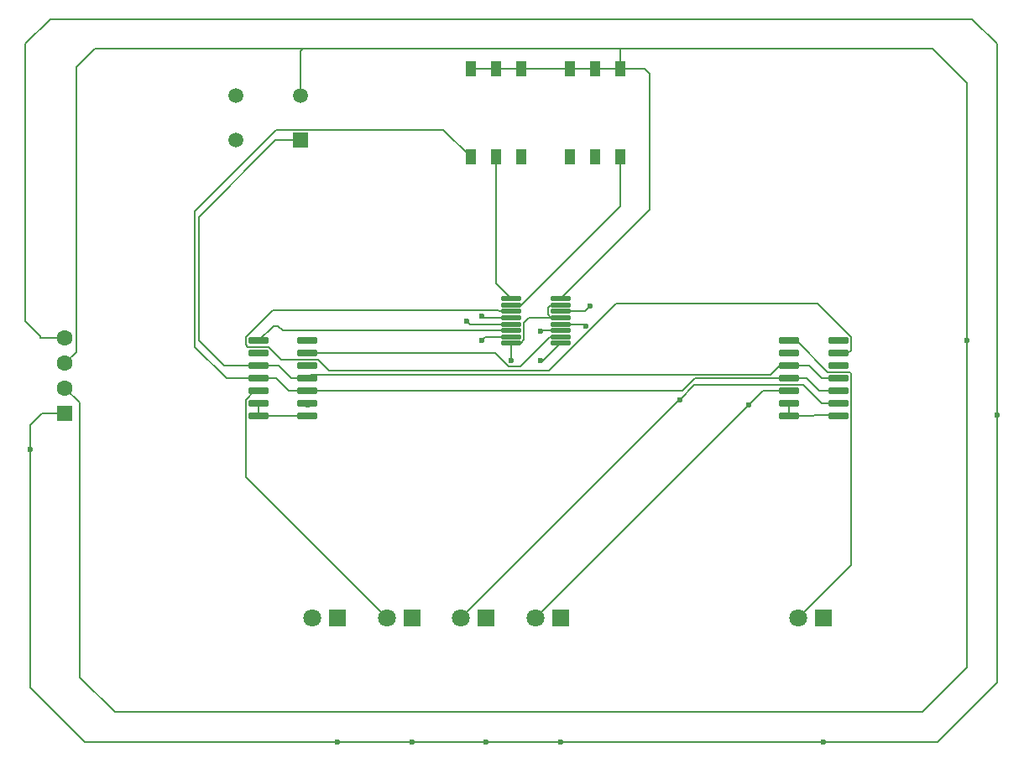
<source format=gbr>
%TF.GenerationSoftware,KiCad,Pcbnew,8.0.1*%
%TF.CreationDate,2024-04-13T13:32:27+05:30*%
%TF.ProjectId,piso,7069736f-2e6b-4696-9361-645f70636258,rev?*%
%TF.SameCoordinates,Original*%
%TF.FileFunction,Copper,L1,Top*%
%TF.FilePolarity,Positive*%
%FSLAX46Y46*%
G04 Gerber Fmt 4.6, Leading zero omitted, Abs format (unit mm)*
G04 Created by KiCad (PCBNEW 8.0.1) date 2024-04-13 13:32:27*
%MOMM*%
%LPD*%
G01*
G04 APERTURE LIST*
G04 Aperture macros list*
%AMRoundRect*
0 Rectangle with rounded corners*
0 $1 Rounding radius*
0 $2 $3 $4 $5 $6 $7 $8 $9 X,Y pos of 4 corners*
0 Add a 4 corners polygon primitive as box body*
4,1,4,$2,$3,$4,$5,$6,$7,$8,$9,$2,$3,0*
0 Add four circle primitives for the rounded corners*
1,1,$1+$1,$2,$3*
1,1,$1+$1,$4,$5*
1,1,$1+$1,$6,$7*
1,1,$1+$1,$8,$9*
0 Add four rect primitives between the rounded corners*
20,1,$1+$1,$2,$3,$4,$5,0*
20,1,$1+$1,$4,$5,$6,$7,0*
20,1,$1+$1,$6,$7,$8,$9,0*
20,1,$1+$1,$8,$9,$2,$3,0*%
G04 Aperture macros list end*
%TA.AperFunction,ComponentPad*%
%ADD10R,1.800000X1.800000*%
%TD*%
%TA.AperFunction,ComponentPad*%
%ADD11C,1.800000*%
%TD*%
%TA.AperFunction,SMDPad,CuDef*%
%ADD12RoundRect,0.020500X-0.959500X-0.184500X0.959500X-0.184500X0.959500X0.184500X-0.959500X0.184500X0*%
%TD*%
%TA.AperFunction,SMDPad,CuDef*%
%ADD13R,1.100000X1.500000*%
%TD*%
%TA.AperFunction,SMDPad,CuDef*%
%ADD14RoundRect,0.090000X-0.895000X-0.210000X0.895000X-0.210000X0.895000X0.210000X-0.895000X0.210000X0*%
%TD*%
%TA.AperFunction,ComponentPad*%
%ADD15R,1.605000X1.605000*%
%TD*%
%TA.AperFunction,ComponentPad*%
%ADD16C,1.605000*%
%TD*%
%TA.AperFunction,ComponentPad*%
%ADD17R,1.498000X1.498000*%
%TD*%
%TA.AperFunction,ComponentPad*%
%ADD18C,1.498000*%
%TD*%
%TA.AperFunction,ViaPad*%
%ADD19C,0.600000*%
%TD*%
%TA.AperFunction,Conductor*%
%ADD20C,0.200000*%
%TD*%
G04 APERTURE END LIST*
D10*
%TO.P,D2,1,K*%
%TO.N,GND*%
X133000000Y-150500000D03*
D11*
%TO.P,D2,2,A*%
%TO.N,D2*%
X130460000Y-150500000D03*
%TD*%
D12*
%TO.P,U2,1,IN*%
%TO.N,En*%
X143020000Y-118260000D03*
%TO.P,U2,2,S1A*%
%TO.N,Net-(U2-S1A)*%
X143020000Y-118900000D03*
%TO.P,U2,3,S1B*%
%TO.N,Net-(U2-S1B)*%
X143020000Y-119540000D03*
%TO.P,U2,4,D1*%
%TO.N,D0*%
X143020000Y-120180000D03*
%TO.P,U2,5,S2A*%
%TO.N,Net-(U2-S2A)*%
X143020000Y-120820000D03*
%TO.P,U2,6,S2B*%
%TO.N,Net-(U2-S2B)*%
X143020000Y-121460000D03*
%TO.P,U2,7,D2*%
%TO.N,D1*%
X143020000Y-122100000D03*
%TO.P,U2,8,GND*%
%TO.N,GND*%
X143020000Y-122740000D03*
%TO.P,U2,9,D3*%
%TO.N,D2*%
X147980000Y-122740000D03*
%TO.P,U2,10,S3B*%
%TO.N,Net-(U2-S3B)*%
X147980000Y-122100000D03*
%TO.P,U2,11,S3A*%
%TO.N,Net-(U2-S3A)*%
X147980000Y-121460000D03*
%TO.P,U2,12,D4*%
%TO.N,D3*%
X147980000Y-120820000D03*
%TO.P,U2,13,S4B*%
%TO.N,GND*%
X147980000Y-120180000D03*
%TO.P,U2,14,S4A*%
%TO.N,Net-(U2-S4A)*%
X147980000Y-119540000D03*
%TO.P,U2,15,EN\u002A*%
%TO.N,GND*%
X147980000Y-118900000D03*
%TO.P,U2,16,VDD*%
%TO.N,Vdd*%
X147980000Y-118260000D03*
%TD*%
D10*
%TO.P,D0,1,K*%
%TO.N,GND*%
X148000000Y-150500000D03*
D11*
%TO.P,D0,2,A*%
%TO.N,D0*%
X145460000Y-150500000D03*
%TD*%
D13*
%TO.P,S1,1A*%
%TO.N,Vdd*%
X144000000Y-95050000D03*
%TO.P,S1,1B*%
%TO.N,Net-(U2-S4A)*%
X144000000Y-103950000D03*
%TO.P,S1,2A*%
%TO.N,Vdd*%
X141460000Y-95050000D03*
%TO.P,S1,2B*%
%TO.N,En*%
X141460000Y-103950000D03*
%TO.P,S1,3A*%
%TO.N,Vdd*%
X138920000Y-95050000D03*
%TO.P,S1,3B*%
%TO.N,RST*%
X138920000Y-103950000D03*
%TD*%
D14*
%TO.P,U3,1,Q1*%
%TO.N,Net-(U2-S2B)*%
X117500000Y-122500000D03*
%TO.P,U3,2,~{Q1}*%
%TO.N,Net-(U3-~{Q1})*%
X117500000Y-123770000D03*
%TO.P,U3,3,CLK1*%
%TO.N,CLK*%
X117500000Y-125040000D03*
%TO.P,U3,4,RESET1*%
%TO.N,RST*%
X117500000Y-126310000D03*
%TO.P,U3,5,D1*%
%TO.N,D2*%
X117500000Y-127580000D03*
%TO.P,U3,6,SET1*%
%TO.N,GND*%
X117500000Y-128850000D03*
%TO.P,U3,7,VSS*%
X117500000Y-130120000D03*
%TO.P,U3,8,SET2*%
X122450000Y-130120000D03*
%TO.P,U3,9,D2*%
%TO.N,D3*%
X122450000Y-128850000D03*
%TO.P,U3,10,RESET2*%
%TO.N,RST*%
X122450000Y-127580000D03*
%TO.P,U3,11,CLK2*%
%TO.N,CLK*%
X122450000Y-126310000D03*
%TO.P,U3,12,~{Q2}*%
%TO.N,Net-(U3-~{Q2})*%
X122450000Y-125040000D03*
%TO.P,U3,13,Q2*%
%TO.N,Net-(U2-S3B)*%
X122450000Y-123770000D03*
%TO.P,U3,14,VDD*%
%TO.N,Vdd*%
X122450000Y-122500000D03*
%TD*%
D15*
%TO.P,J1,1,1*%
%TO.N,GND*%
X98000000Y-129810000D03*
D16*
%TO.P,J1,2,2*%
%TO.N,Vdd*%
X98000000Y-127270000D03*
%TO.P,J1,3,3*%
X98000000Y-124730000D03*
%TO.P,J1,4,4*%
%TO.N,GND*%
X98000000Y-122190000D03*
%TD*%
D10*
%TO.P,Dout,1,K*%
%TO.N,GND*%
X174500000Y-150500000D03*
D11*
%TO.P,Dout,2,A*%
%TO.N,Dout*%
X171960000Y-150500000D03*
%TD*%
D10*
%TO.P,D3,1,K*%
%TO.N,GND*%
X125500000Y-150500000D03*
D11*
%TO.P,D3,2,A*%
%TO.N,D3*%
X122960000Y-150500000D03*
%TD*%
D13*
%TO.P,S2,1A*%
%TO.N,Vdd*%
X154000000Y-95000000D03*
%TO.P,S2,1B*%
%TO.N,Net-(U2-S1A)*%
X154000000Y-103900000D03*
%TO.P,S2,2A*%
%TO.N,Vdd*%
X151460000Y-95000000D03*
%TO.P,S2,2B*%
%TO.N,Net-(U2-S2A)*%
X151460000Y-103900000D03*
%TO.P,S2,3A*%
%TO.N,Vdd*%
X148920000Y-95000000D03*
%TO.P,S2,3B*%
%TO.N,Net-(U2-S3A)*%
X148920000Y-103900000D03*
%TD*%
D17*
%TO.P,SW1,1*%
%TO.N,CLK*%
X121750000Y-102250000D03*
D18*
%TO.P,SW1,2*%
%TO.N,unconnected-(SW1-Pad2)*%
X115250000Y-102250000D03*
%TO.P,SW1,3*%
%TO.N,Vdd*%
X121750000Y-97750000D03*
%TO.P,SW1,4*%
%TO.N,unconnected-(SW1-Pad4)*%
X115250000Y-97750000D03*
%TD*%
D14*
%TO.P,U4,1,Q1*%
%TO.N,Dout*%
X171050000Y-122500000D03*
%TO.P,U4,2,~{Q1}*%
%TO.N,Net-(U4-~{Q1})*%
X171050000Y-123770000D03*
%TO.P,U4,3,CLK1*%
%TO.N,CLK*%
X171050000Y-125040000D03*
%TO.P,U4,4,RESET1*%
%TO.N,RST*%
X171050000Y-126310000D03*
%TO.P,U4,5,D1*%
%TO.N,D0*%
X171050000Y-127580000D03*
%TO.P,U4,6,SET1*%
%TO.N,GND*%
X171050000Y-128850000D03*
%TO.P,U4,7,VSS*%
X171050000Y-130120000D03*
%TO.P,U4,8,SET2*%
X176000000Y-130120000D03*
%TO.P,U4,9,D2*%
%TO.N,D1*%
X176000000Y-128850000D03*
%TO.P,U4,10,RESET2*%
%TO.N,RST*%
X176000000Y-127580000D03*
%TO.P,U4,11,CLK2*%
%TO.N,CLK*%
X176000000Y-126310000D03*
%TO.P,U4,12,~{Q2}*%
%TO.N,Net-(U4-~{Q2})*%
X176000000Y-125040000D03*
%TO.P,U4,13,Q2*%
%TO.N,Net-(U2-S1B)*%
X176000000Y-123770000D03*
%TO.P,U4,14,VDD*%
%TO.N,Vdd*%
X176000000Y-122500000D03*
%TD*%
D10*
%TO.P,D1,1,K*%
%TO.N,GND*%
X140500000Y-150500000D03*
D11*
%TO.P,D1,2,A*%
%TO.N,D1*%
X137960000Y-150500000D03*
%TD*%
D19*
%TO.N,D0*%
X140000000Y-120000000D03*
X167000000Y-129000000D03*
%TO.N,D1*%
X160000000Y-128500000D03*
X140000000Y-122500000D03*
%TO.N,D2*%
X146000000Y-124500000D03*
X117500000Y-127500000D03*
%TO.N,D3*%
X122500000Y-129000000D03*
X150500000Y-121000000D03*
%TO.N,Vdd*%
X189000000Y-122500000D03*
X176500000Y-122500000D03*
X122500000Y-122500000D03*
%TO.N,GND*%
X176000000Y-130000000D03*
X174500000Y-163000000D03*
X125500000Y-163000000D03*
X140500000Y-163000000D03*
X133000000Y-163000000D03*
X117500000Y-130000000D03*
X148000000Y-163000000D03*
X192000000Y-130000000D03*
X94500000Y-133500000D03*
X143000000Y-124500000D03*
%TO.N,Net-(U2-S4A)*%
X151000000Y-119000000D03*
X144000000Y-104000000D03*
%TO.N,Net-(U2-S2A)*%
X138500000Y-120500000D03*
X151500000Y-104000000D03*
%TO.N,Net-(U2-S3A)*%
X149000000Y-104000000D03*
X146000000Y-121500000D03*
%TD*%
D20*
%TO.N,D0*%
X167000000Y-128960000D02*
X167000000Y-129000000D01*
X143020000Y-120180000D02*
X140180000Y-120180000D01*
X166960000Y-129000000D02*
X145460000Y-150500000D01*
X140180000Y-120180000D02*
X140000000Y-120000000D01*
X167000000Y-129000000D02*
X166960000Y-129000000D01*
X171050000Y-127580000D02*
X168380000Y-127580000D01*
X168380000Y-127580000D02*
X167000000Y-128960000D01*
%TO.N,D1*%
X161480000Y-126980000D02*
X160000000Y-128460000D01*
X174350000Y-128850000D02*
X172480000Y-126980000D01*
X160000000Y-128460000D02*
X160000000Y-128500000D01*
X172480000Y-126980000D02*
X161480000Y-126980000D01*
X159960000Y-128500000D02*
X137960000Y-150500000D01*
X140400000Y-122100000D02*
X140000000Y-122500000D01*
X160000000Y-128500000D02*
X159960000Y-128500000D01*
X143020000Y-122100000D02*
X140400000Y-122100000D01*
X176000000Y-128850000D02*
X174350000Y-128850000D01*
%TO.N,D2*%
X117500000Y-127500000D02*
X117080000Y-127580000D01*
X117500000Y-127580000D02*
X117500000Y-127500000D01*
X147980000Y-122740000D02*
X146220000Y-124500000D01*
X116215000Y-128445000D02*
X116215000Y-136255000D01*
X116215000Y-136255000D02*
X130460000Y-150500000D01*
X117080000Y-127580000D02*
X116215000Y-128445000D01*
X146220000Y-124500000D02*
X146000000Y-124500000D01*
X117500000Y-127580000D02*
X118484999Y-127580000D01*
%TO.N,D3*%
X150320000Y-120820000D02*
X150500000Y-121000000D01*
X147980000Y-120820000D02*
X150320000Y-120820000D01*
%TO.N,Dout*%
X177140000Y-125640000D02*
X177285000Y-125785000D01*
X177285000Y-125785000D02*
X177285000Y-145175000D01*
X177285000Y-145175000D02*
X171960000Y-150500000D01*
X171050000Y-122500000D02*
X171800964Y-122500000D01*
X171800964Y-122500000D02*
X174940964Y-125640000D01*
X174940964Y-125640000D02*
X177140000Y-125640000D01*
%TO.N,CLK*%
X120810000Y-126310000D02*
X122450000Y-126310000D01*
X173040000Y-125040000D02*
X174310000Y-126310000D01*
X122450000Y-126310000D02*
X122850000Y-125910000D01*
X174310000Y-126310000D02*
X176000000Y-126310000D01*
X119250000Y-102250000D02*
X121750000Y-102250000D01*
X114040000Y-125040000D02*
X111500000Y-122500000D01*
X171050000Y-125040000D02*
X173040000Y-125040000D01*
X111500000Y-110000000D02*
X119250000Y-102250000D01*
X117500000Y-125040000D02*
X114040000Y-125040000D01*
X119540000Y-125040000D02*
X120810000Y-126310000D01*
X117500000Y-125040000D02*
X119540000Y-125040000D01*
X122850000Y-125910000D02*
X169195001Y-125910000D01*
X111500000Y-122500000D02*
X111500000Y-110000000D01*
X170065001Y-125040000D02*
X171050000Y-125040000D01*
X169195001Y-125910000D02*
X170065001Y-125040000D01*
%TO.N,RST*%
X111100000Y-123100000D02*
X114310000Y-126310000D01*
X136171000Y-101201000D02*
X119299000Y-101201000D01*
X172810000Y-126310000D02*
X174080000Y-127580000D01*
X174080000Y-127580000D02*
X176000000Y-127580000D01*
X171050000Y-126310000D02*
X172810000Y-126310000D01*
X111100000Y-109400000D02*
X111100000Y-123100000D01*
X122450000Y-127580000D02*
X160314314Y-127580000D01*
X138920000Y-103950000D02*
X136171000Y-101201000D01*
X119310000Y-126310000D02*
X120580000Y-127580000D01*
X114310000Y-126310000D02*
X117500000Y-126310000D01*
X160314314Y-127580000D02*
X161584314Y-126310000D01*
X117500000Y-126310000D02*
X119310000Y-126310000D01*
X119299000Y-101201000D02*
X111100000Y-109400000D01*
X161584314Y-126310000D02*
X171050000Y-126310000D01*
X120580000Y-127580000D02*
X122450000Y-127580000D01*
%TO.N,En*%
X141460000Y-103950000D02*
X141460000Y-116700000D01*
X141460000Y-116700000D02*
X143020000Y-118260000D01*
%TO.N,Vdd*%
X99500000Y-156500000D02*
X99500000Y-128770000D01*
X189000000Y-122500000D02*
X189000000Y-155500000D01*
X189000000Y-96500000D02*
X189000000Y-122500000D01*
X189000000Y-155500000D02*
X184500000Y-160000000D01*
X154040000Y-93040000D02*
X154000000Y-93000000D01*
X121750000Y-97750000D02*
X121750000Y-93250000D01*
X138790000Y-95050000D02*
X154040000Y-95050000D01*
X99102500Y-123627500D02*
X99102500Y-94897500D01*
X157000000Y-109240000D02*
X157000000Y-95500000D01*
X101000000Y-93000000D02*
X122000000Y-93000000D01*
X154000000Y-93000000D02*
X185500000Y-93000000D01*
X103000000Y-160000000D02*
X99500000Y-156500000D01*
X184500000Y-160000000D02*
X103000000Y-160000000D01*
X147980000Y-118260000D02*
X157000000Y-109240000D01*
X156500000Y-95000000D02*
X154000000Y-95000000D01*
X99500000Y-128770000D02*
X98000000Y-127270000D01*
X99102500Y-94897500D02*
X101000000Y-93000000D01*
X122000000Y-93000000D02*
X154000000Y-93000000D01*
X157000000Y-95500000D02*
X156500000Y-95000000D01*
X121750000Y-93250000D02*
X122000000Y-93000000D01*
X98000000Y-124730000D02*
X99102500Y-123627500D01*
X154040000Y-95050000D02*
X154040000Y-93040000D01*
X185500000Y-93000000D02*
X189000000Y-96500000D01*
%TO.N,GND*%
X148000000Y-163000000D02*
X140500000Y-163000000D01*
X143977824Y-122740000D02*
X144300000Y-122417824D01*
X94000000Y-120500000D02*
X95500000Y-122000000D01*
X94500000Y-131000000D02*
X95690000Y-129810000D01*
X117500000Y-128850000D02*
X117500000Y-130000000D01*
X94000000Y-92500000D02*
X94000000Y-120500000D01*
X140500000Y-163000000D02*
X100000000Y-163000000D01*
X95500000Y-122000000D02*
X95500000Y-122190000D01*
X147980000Y-120180000D02*
X147000001Y-120180000D01*
X95500000Y-122190000D02*
X98000000Y-122190000D01*
X171050000Y-128850000D02*
X171050000Y-130120000D01*
X144300000Y-122417824D02*
X144300000Y-120700000D01*
X143020000Y-122740000D02*
X143020000Y-124480000D01*
X147000001Y-120180000D02*
X146700000Y-119879999D01*
X144820000Y-120180000D02*
X147980000Y-120180000D01*
X94500000Y-133500000D02*
X94500000Y-131000000D01*
X95690000Y-129810000D02*
X98000000Y-129810000D01*
X192000000Y-157000000D02*
X192000000Y-92500000D01*
X100000000Y-163000000D02*
X94500000Y-157500000D01*
X117500000Y-130000000D02*
X117500000Y-130120000D01*
X147000001Y-118900000D02*
X147980000Y-118900000D01*
X146700000Y-119200001D02*
X147000001Y-118900000D01*
X94500000Y-157500000D02*
X94500000Y-133500000D01*
X143020000Y-124480000D02*
X143000000Y-124500000D01*
X171050000Y-130120000D02*
X176000000Y-130000000D01*
X192000000Y-92500000D02*
X189500000Y-90000000D01*
X146700000Y-119879999D02*
X146700000Y-119200001D01*
X189500000Y-90000000D02*
X96500000Y-90000000D01*
X176000000Y-130000000D02*
X176000000Y-130120000D01*
X148000000Y-163000000D02*
X186000000Y-163000000D01*
X144300000Y-120700000D02*
X144820000Y-120180000D01*
X186000000Y-163000000D02*
X192000000Y-157000000D01*
X96500000Y-90000000D02*
X94000000Y-92500000D01*
X143020000Y-122740000D02*
X143977824Y-122740000D01*
X122450000Y-130120000D02*
X117500000Y-130120000D01*
%TO.N,Net-(U2-S4A)*%
X150460000Y-119540000D02*
X151000000Y-119000000D01*
X147980000Y-119540000D02*
X150460000Y-119540000D01*
%TO.N,Net-(U2-S2A)*%
X143020000Y-120820000D02*
X138820000Y-120820000D01*
X138820000Y-120820000D02*
X138500000Y-120500000D01*
%TO.N,Net-(U2-S1A)*%
X143020000Y-118900000D02*
X143999999Y-118900000D01*
X154000000Y-108899999D02*
X154000000Y-103900000D01*
X143999999Y-118900000D02*
X154000000Y-108899999D01*
%TO.N,Net-(U2-S3A)*%
X147980000Y-121460000D02*
X146040000Y-121460000D01*
X146040000Y-121460000D02*
X146000000Y-121500000D01*
%TO.N,Net-(U2-S1B)*%
X118559036Y-123100000D02*
X116440964Y-123100000D01*
X123509036Y-124370000D02*
X119829036Y-124370000D01*
X146848529Y-125500000D02*
X124639036Y-125500000D01*
X176000000Y-123770000D02*
X176984999Y-123770000D01*
X141792176Y-119540000D02*
X143020000Y-119540000D01*
X116215000Y-122125964D02*
X118940964Y-119400000D01*
X116215000Y-122874036D02*
X116215000Y-122125964D01*
X141652176Y-119400000D02*
X141792176Y-119540000D01*
X118940964Y-119400000D02*
X141652176Y-119400000D01*
X173910507Y-118751471D02*
X153597058Y-118751471D01*
X124639036Y-125500000D02*
X123509036Y-124370000D01*
X119829036Y-124370000D02*
X118559036Y-123100000D01*
X116440964Y-123100000D02*
X116215000Y-122874036D01*
X177285000Y-123469999D02*
X177285000Y-122125964D01*
X176984999Y-123770000D02*
X177285000Y-123469999D01*
X153597058Y-118751471D02*
X146848529Y-125500000D01*
X177285000Y-122125964D02*
X173910507Y-118751471D01*
%TO.N,Net-(U2-S2B)*%
X119500000Y-121000000D02*
X119960000Y-121460000D01*
X117500000Y-122500000D02*
X119000000Y-121000000D01*
X119960000Y-121460000D02*
X143020000Y-121460000D01*
X119000000Y-121000000D02*
X119500000Y-121000000D01*
%TO.N,Net-(U2-S3B)*%
X143900000Y-125100000D02*
X146900000Y-122100000D01*
X122450000Y-123770000D02*
X141421471Y-123770000D01*
X141421471Y-123770000D02*
X142751471Y-125100000D01*
X142751471Y-125100000D02*
X143900000Y-125100000D01*
X146900000Y-122100000D02*
X147980000Y-122100000D01*
%TD*%
M02*

</source>
